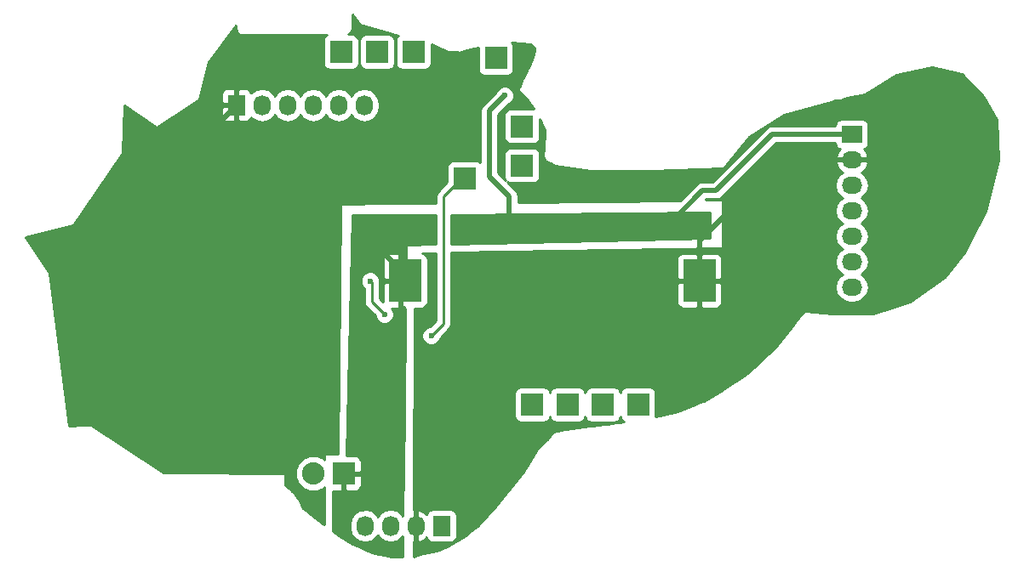
<source format=gbl>
G04 #@! TF.FileFunction,Copper,L2,Bot,Signal*
%FSLAX46Y46*%
G04 Gerber Fmt 4.6, Leading zero omitted, Abs format (unit mm)*
G04 Created by KiCad (PCBNEW (2015-04-17 BZR 5609)-product) date Wednesday, 23 September 2015 11:50:23 am*
%MOMM*%
G01*
G04 APERTURE LIST*
%ADD10C,0.100000*%
%ADD11C,2.235200*%
%ADD12R,1.727200X2.032000*%
%ADD13O,1.727200X2.032000*%
%ADD14R,2.235200X2.235200*%
%ADD15R,2.032000X1.727200*%
%ADD16O,2.032000X1.727200*%
%ADD17R,3.200000X4.200000*%
%ADD18C,0.600000*%
%ADD19C,0.500000*%
%ADD20C,0.250000*%
%ADD21C,0.254000*%
G04 APERTURE END LIST*
D10*
D11*
X138226800Y-126187200D03*
D12*
X130606800Y-89509600D03*
D13*
X133146800Y-89509600D03*
X135686800Y-89509600D03*
X138226800Y-89509600D03*
X140766800Y-89509600D03*
X143306800Y-89509600D03*
D14*
X160020000Y-119329200D03*
X163525200Y-119329200D03*
X167030400Y-119329200D03*
X170535600Y-119329200D03*
X159000000Y-91600000D03*
X156400000Y-84800000D03*
X148200000Y-84200000D03*
X144600000Y-84200000D03*
X141000000Y-84200000D03*
X159004000Y-95504000D03*
D12*
X151000000Y-131400000D03*
D13*
X148460000Y-131400000D03*
X145920000Y-131400000D03*
X143380000Y-131400000D03*
D14*
X141274800Y-126187200D03*
D15*
X191800000Y-92400000D03*
D16*
X191800000Y-94940000D03*
X191800000Y-97480000D03*
X191800000Y-100020000D03*
X191800000Y-102560000D03*
X191800000Y-105100000D03*
X191800000Y-107640000D03*
D14*
X153314400Y-96774000D03*
D17*
X147381200Y-106984800D03*
X176651200Y-106984800D03*
D18*
X143002000Y-100965000D03*
X146621500Y-114427000D03*
X146050000Y-134112000D03*
X146939000Y-103124000D03*
X157276800Y-88544400D03*
X157734000Y-101346000D03*
X152400000Y-106680000D03*
X137160000Y-113284000D03*
X119481600Y-120548400D03*
X149961600Y-112471200D03*
X145313400Y-110337600D03*
X143891000Y-107010200D03*
D19*
X146939000Y-103124000D02*
X146939000Y-114109500D01*
X143002000Y-101981000D02*
X144145000Y-103124000D01*
X144145000Y-103124000D02*
X146939000Y-103124000D01*
X143002000Y-100965000D02*
X143002000Y-101981000D01*
X146939000Y-114109500D02*
X146621500Y-114427000D01*
X147381200Y-103566200D02*
X146939000Y-103124000D01*
X147381200Y-106984800D02*
X147381200Y-103566200D01*
X147381200Y-106360200D02*
X144145000Y-103124000D01*
X147381200Y-106984800D02*
X147381200Y-106360200D01*
X157734000Y-98602800D02*
X155752800Y-96621600D01*
X155752800Y-96621600D02*
X155752800Y-90068400D01*
X155752800Y-90068400D02*
X157276800Y-88544400D01*
X157734000Y-101346000D02*
X157734000Y-98602800D01*
X183901200Y-92400000D02*
X178308000Y-97993200D01*
X178308000Y-97993200D02*
X176936400Y-97993200D01*
X176936400Y-97993200D02*
X173583600Y-101346000D01*
X191800000Y-92400000D02*
X183901200Y-92400000D01*
X176651200Y-103002800D02*
X184714000Y-94940000D01*
X176651200Y-106984800D02*
X176651200Y-103002800D01*
X184714000Y-94940000D02*
X191800000Y-94940000D01*
X136398000Y-105381200D02*
X135400800Y-104384000D01*
X136398000Y-112522000D02*
X136398000Y-105381200D01*
X137160000Y-113284000D02*
X136398000Y-112522000D01*
X124968000Y-95148400D02*
X130606800Y-89509600D01*
X124968000Y-115062000D02*
X124968000Y-95148400D01*
X119481600Y-120548400D02*
X124968000Y-115062000D01*
X135400800Y-104384000D02*
X135400800Y-101415600D01*
D20*
X135400800Y-101415600D02*
X130606800Y-96621600D01*
D19*
X130606800Y-96621600D02*
X130606800Y-89509600D01*
D20*
X149961600Y-112471200D02*
X151180800Y-111252000D01*
X151180800Y-111252000D02*
X151180800Y-98602800D01*
X151180800Y-98602800D02*
X152704800Y-97078800D01*
X144056100Y-109080300D02*
X145313400Y-110337600D01*
X144056100Y-107175300D02*
X144056100Y-109080300D01*
X143891000Y-107010200D02*
X144056100Y-107175300D01*
D21*
G36*
X206374511Y-94982323D02*
X205112361Y-100030922D01*
X202965718Y-104197934D01*
X201079500Y-106587143D01*
X197554825Y-109104769D01*
X193909746Y-110236000D01*
X193483345Y-110236000D01*
X193483345Y-107640000D01*
X193369271Y-107066511D01*
X193044415Y-106580330D01*
X192729634Y-106370000D01*
X193044415Y-106159670D01*
X193369271Y-105673489D01*
X193483345Y-105100000D01*
X193369271Y-104526511D01*
X193044415Y-104040330D01*
X192729634Y-103830000D01*
X193044415Y-103619670D01*
X193369271Y-103133489D01*
X193483345Y-102560000D01*
X193369271Y-101986511D01*
X193044415Y-101500330D01*
X192729634Y-101290000D01*
X193044415Y-101079670D01*
X193369271Y-100593489D01*
X193483345Y-100020000D01*
X193369271Y-99446511D01*
X193044415Y-98960330D01*
X192729634Y-98750000D01*
X193044415Y-98539670D01*
X193369271Y-98053489D01*
X193483345Y-97480000D01*
X193369271Y-96906511D01*
X193044415Y-96420330D01*
X192734930Y-96213539D01*
X193150732Y-95842036D01*
X193404709Y-95314791D01*
X193407358Y-95299026D01*
X193286217Y-95067000D01*
X191927000Y-95067000D01*
X191927000Y-95087000D01*
X191673000Y-95087000D01*
X191673000Y-95067000D01*
X190313783Y-95067000D01*
X190192642Y-95299026D01*
X190195291Y-95314791D01*
X190449268Y-95842036D01*
X190865069Y-96213539D01*
X190555585Y-96420330D01*
X190230729Y-96906511D01*
X190116655Y-97480000D01*
X190230729Y-98053489D01*
X190555585Y-98539670D01*
X190870365Y-98750000D01*
X190555585Y-98960330D01*
X190230729Y-99446511D01*
X190116655Y-100020000D01*
X190230729Y-100593489D01*
X190555585Y-101079670D01*
X190870365Y-101290000D01*
X190555585Y-101500330D01*
X190230729Y-101986511D01*
X190116655Y-102560000D01*
X190230729Y-103133489D01*
X190555585Y-103619670D01*
X190870365Y-103830000D01*
X190555585Y-104040330D01*
X190230729Y-104526511D01*
X190116655Y-105100000D01*
X190230729Y-105673489D01*
X190555585Y-106159670D01*
X190870365Y-106370000D01*
X190555585Y-106580330D01*
X190230729Y-107066511D01*
X190116655Y-107640000D01*
X190230729Y-108213489D01*
X190555585Y-108699670D01*
X191041766Y-109024526D01*
X191615255Y-109138600D01*
X191984745Y-109138600D01*
X192558234Y-109024526D01*
X193044415Y-108699670D01*
X193369271Y-108213489D01*
X193483345Y-107640000D01*
X193483345Y-110236000D01*
X189871034Y-110236000D01*
X187140586Y-109975957D01*
X187024199Y-110125596D01*
X187017825Y-110127208D01*
X186992283Y-110146236D01*
X186929952Y-110175587D01*
X186924981Y-110181052D01*
X186918365Y-110184341D01*
X186893349Y-110203661D01*
X186852886Y-110250091D01*
X186803496Y-110286889D01*
X186754294Y-110341414D01*
X186745434Y-110356269D01*
X186732094Y-110367281D01*
X186664189Y-110450506D01*
X186659710Y-110458943D01*
X186652514Y-110465223D01*
X186571210Y-110570647D01*
X186567945Y-110577225D01*
X186562511Y-110582174D01*
X186473112Y-110703291D01*
X186471904Y-110705858D01*
X186469823Y-110707785D01*
X186404478Y-110797836D01*
X185732686Y-111688794D01*
X185043299Y-112541876D01*
X184335720Y-113358604D01*
X183612311Y-114136612D01*
X182875480Y-114873502D01*
X182127782Y-115566791D01*
X181371670Y-116214147D01*
X181041738Y-116473539D01*
X178886200Y-117910565D01*
X178886200Y-109211110D01*
X178886200Y-108958491D01*
X178886200Y-107270550D01*
X178886200Y-106699050D01*
X178886200Y-105011109D01*
X178886200Y-104758490D01*
X178789527Y-104525101D01*
X178610898Y-104346473D01*
X178377509Y-104249800D01*
X176936950Y-104249800D01*
X176778200Y-104408550D01*
X176778200Y-106857800D01*
X178727450Y-106857800D01*
X178886200Y-106699050D01*
X178886200Y-107270550D01*
X178727450Y-107111800D01*
X176778200Y-107111800D01*
X176778200Y-109561050D01*
X176936950Y-109719800D01*
X178377509Y-109719800D01*
X178610898Y-109623127D01*
X178789527Y-109444499D01*
X178886200Y-109211110D01*
X178886200Y-117910565D01*
X178749441Y-118001738D01*
X177057299Y-118958165D01*
X177011430Y-118980770D01*
X176524200Y-119193481D01*
X176524200Y-109561050D01*
X176524200Y-107111800D01*
X176524200Y-106857800D01*
X176524200Y-104408550D01*
X176365450Y-104249800D01*
X174924891Y-104249800D01*
X174691502Y-104346473D01*
X174512873Y-104525101D01*
X174416200Y-104758490D01*
X174416200Y-105011109D01*
X174416200Y-106699050D01*
X174574950Y-106857800D01*
X176524200Y-106857800D01*
X176524200Y-107111800D01*
X174574950Y-107111800D01*
X174416200Y-107270550D01*
X174416200Y-108958491D01*
X174416200Y-109211110D01*
X174512873Y-109444499D01*
X174691502Y-109623127D01*
X174924891Y-109719800D01*
X176365450Y-109719800D01*
X176524200Y-109561050D01*
X176524200Y-119193481D01*
X176186486Y-119340919D01*
X175334620Y-119667624D01*
X174452335Y-119962220D01*
X174151366Y-120048865D01*
X172692718Y-120398941D01*
X172294256Y-120478633D01*
X172300640Y-120446800D01*
X172300640Y-118211600D01*
X172253663Y-117969477D01*
X172113873Y-117756673D01*
X171902840Y-117614223D01*
X171653200Y-117564160D01*
X169418000Y-117564160D01*
X169175877Y-117611137D01*
X168963073Y-117750927D01*
X168820623Y-117961960D01*
X168783205Y-118148542D01*
X168748463Y-117969477D01*
X168608673Y-117756673D01*
X168397640Y-117614223D01*
X168148000Y-117564160D01*
X165912800Y-117564160D01*
X165670677Y-117611137D01*
X165457873Y-117750927D01*
X165315423Y-117961960D01*
X165278005Y-118148542D01*
X165243263Y-117969477D01*
X165103473Y-117756673D01*
X164892440Y-117614223D01*
X164642800Y-117564160D01*
X162407600Y-117564160D01*
X162165477Y-117611137D01*
X161952673Y-117750927D01*
X161810223Y-117961960D01*
X161772805Y-118148542D01*
X161738063Y-117969477D01*
X161598273Y-117756673D01*
X161387240Y-117614223D01*
X161137600Y-117564160D01*
X158902400Y-117564160D01*
X158660277Y-117611137D01*
X158447473Y-117750927D01*
X158305023Y-117961960D01*
X158254960Y-118211600D01*
X158254960Y-120446800D01*
X158301937Y-120688923D01*
X158441727Y-120901727D01*
X158652760Y-121044177D01*
X158902400Y-121094240D01*
X161137600Y-121094240D01*
X161379723Y-121047263D01*
X161592527Y-120907473D01*
X161734977Y-120696440D01*
X161772394Y-120509857D01*
X161807137Y-120688923D01*
X161946927Y-120901727D01*
X162157960Y-121044177D01*
X162407600Y-121094240D01*
X164642800Y-121094240D01*
X164884923Y-121047263D01*
X165097727Y-120907473D01*
X165240177Y-120696440D01*
X165277594Y-120509857D01*
X165312337Y-120688923D01*
X165452127Y-120901727D01*
X165663160Y-121044177D01*
X165912800Y-121094240D01*
X168148000Y-121094240D01*
X168390123Y-121047263D01*
X168602927Y-120907473D01*
X168745377Y-120696440D01*
X168782794Y-120509857D01*
X168817537Y-120688923D01*
X168957327Y-120901727D01*
X169165983Y-121042573D01*
X169097610Y-121051401D01*
X168745752Y-121095475D01*
X168359511Y-121142669D01*
X167934308Y-121193605D01*
X167466362Y-121248811D01*
X166952126Y-121308791D01*
X166952124Y-121308791D01*
X166760577Y-121331046D01*
X166760480Y-121331077D01*
X166760380Y-121331069D01*
X166397568Y-121373329D01*
X166397362Y-121373395D01*
X166397146Y-121373378D01*
X166077334Y-121410831D01*
X166077010Y-121410935D01*
X166076675Y-121410909D01*
X165794781Y-121444198D01*
X165794313Y-121444349D01*
X165793825Y-121444312D01*
X165544770Y-121474077D01*
X165544118Y-121474289D01*
X165543438Y-121474238D01*
X165322144Y-121501126D01*
X165321290Y-121501406D01*
X165320395Y-121501341D01*
X165121780Y-121525992D01*
X165120713Y-121526345D01*
X165119594Y-121526267D01*
X164938579Y-121549325D01*
X164937335Y-121549741D01*
X164936025Y-121549655D01*
X164767533Y-121571762D01*
X164766185Y-121572218D01*
X164764765Y-121572131D01*
X164603714Y-121593930D01*
X164602376Y-121594389D01*
X164600966Y-121594308D01*
X164442278Y-121616442D01*
X164441080Y-121616858D01*
X164439814Y-121616790D01*
X164278410Y-121639901D01*
X164277449Y-121640239D01*
X164276433Y-121640187D01*
X164107232Y-121664918D01*
X164106556Y-121665158D01*
X164105840Y-121665123D01*
X163923763Y-121692118D01*
X163923057Y-121692370D01*
X163922306Y-121692335D01*
X163876194Y-121699273D01*
X163874583Y-121699852D01*
X163872877Y-121699781D01*
X163713564Y-121724550D01*
X163711806Y-121725192D01*
X163709932Y-121725124D01*
X163532265Y-121753724D01*
X163530938Y-121754217D01*
X163529526Y-121754171D01*
X163341123Y-121785283D01*
X163339999Y-121785706D01*
X163338802Y-121785671D01*
X163147283Y-121817974D01*
X163146213Y-121818380D01*
X163145066Y-121818351D01*
X162958046Y-121850527D01*
X162956893Y-121850969D01*
X162955660Y-121850942D01*
X162780761Y-121881670D01*
X162779334Y-121882223D01*
X162777809Y-121882196D01*
X162622647Y-121910157D01*
X162620574Y-121910972D01*
X162618345Y-121910946D01*
X162588557Y-121916510D01*
X162507272Y-121924639D01*
X162496893Y-121933633D01*
X162490538Y-121934821D01*
X162486749Y-121936338D01*
X162482670Y-121936339D01*
X162389838Y-121954807D01*
X162379162Y-121959229D01*
X162367613Y-121959613D01*
X162317372Y-121971354D01*
X162275309Y-121990437D01*
X162229764Y-121998118D01*
X162228606Y-121998558D01*
X162222696Y-122002260D01*
X162215848Y-122003557D01*
X162146943Y-122048677D01*
X162073977Y-122081782D01*
X162043064Y-122114819D01*
X162002123Y-122140474D01*
X161998081Y-122146155D01*
X161992248Y-122149975D01*
X161963679Y-122178018D01*
X161934382Y-122220993D01*
X161895647Y-122255704D01*
X161848588Y-122318411D01*
X161840537Y-122335185D01*
X161827364Y-122348328D01*
X161768081Y-122436824D01*
X161763270Y-122448399D01*
X161754720Y-122457567D01*
X161689480Y-122562976D01*
X161688446Y-122565739D01*
X161686451Y-122567916D01*
X161599143Y-122711683D01*
X160555749Y-123615959D01*
X159153157Y-126038617D01*
X156367716Y-129457113D01*
X154567184Y-131437697D01*
X153989771Y-131899070D01*
X153357325Y-132362519D01*
X152733002Y-132777500D01*
X152511040Y-132909613D01*
X152511040Y-132416000D01*
X152511040Y-130384000D01*
X152464063Y-130141877D01*
X152324273Y-129929073D01*
X152113240Y-129786623D01*
X151863600Y-129736560D01*
X150136400Y-129736560D01*
X149894277Y-129783537D01*
X149681473Y-129923327D01*
X149539023Y-130134360D01*
X149520516Y-130226645D01*
X149362036Y-130049268D01*
X148834791Y-129795291D01*
X148819026Y-129792642D01*
X148587000Y-129913783D01*
X148587000Y-131273000D01*
X148607000Y-131273000D01*
X148607000Y-131527000D01*
X148587000Y-131527000D01*
X148587000Y-132886217D01*
X148819026Y-133007358D01*
X148834791Y-133004709D01*
X149362036Y-132750732D01*
X149519673Y-132574298D01*
X149535937Y-132658123D01*
X149675727Y-132870927D01*
X149886760Y-133013377D01*
X150136400Y-133063440D01*
X151863600Y-133063440D01*
X152105723Y-133016463D01*
X152318527Y-132876673D01*
X152460977Y-132665640D01*
X152511040Y-132416000D01*
X152511040Y-132909613D01*
X152115291Y-133145166D01*
X151502492Y-133466796D01*
X150892799Y-133743692D01*
X150539294Y-133879311D01*
X148801832Y-134245094D01*
X148430505Y-134430757D01*
X148210209Y-134455823D01*
X148216470Y-132947057D01*
X148333000Y-132886217D01*
X148333000Y-131527000D01*
X148313000Y-131527000D01*
X148313000Y-131273000D01*
X148333000Y-131273000D01*
X148333000Y-129913783D01*
X148229281Y-129859631D01*
X148312797Y-109732240D01*
X148981200Y-109732240D01*
X149223323Y-109685263D01*
X149436127Y-109545473D01*
X149578577Y-109334440D01*
X149628640Y-109084800D01*
X149628640Y-104884800D01*
X149581663Y-104642677D01*
X149441873Y-104429873D01*
X149230840Y-104287423D01*
X149058757Y-104252913D01*
X150420800Y-104230306D01*
X150420800Y-110937198D01*
X149821920Y-111536077D01*
X149776433Y-111536038D01*
X149432657Y-111678083D01*
X149169408Y-111940873D01*
X149026762Y-112284401D01*
X149026438Y-112656367D01*
X149168483Y-113000143D01*
X149431273Y-113263392D01*
X149774801Y-113406038D01*
X150146767Y-113406362D01*
X150490543Y-113264317D01*
X150753792Y-113001527D01*
X150896438Y-112657999D01*
X150896478Y-112611123D01*
X151718201Y-111789401D01*
X151882948Y-111542840D01*
X151882948Y-111542839D01*
X151940800Y-111252000D01*
X151940800Y-104205078D01*
X178943000Y-103756910D01*
X178943000Y-98931684D01*
X177231854Y-98949324D01*
X177302979Y-98878200D01*
X178307994Y-98878200D01*
X178308000Y-98878201D01*
X178308000Y-98878200D01*
X178590484Y-98822010D01*
X178646674Y-98810833D01*
X178646675Y-98810833D01*
X178933790Y-98618990D01*
X184267779Y-93285000D01*
X190140712Y-93285000D01*
X190183537Y-93505723D01*
X190323327Y-93718527D01*
X190534360Y-93860977D01*
X190626645Y-93879483D01*
X190449268Y-94037964D01*
X190195291Y-94565209D01*
X190192642Y-94580974D01*
X190313783Y-94813000D01*
X191673000Y-94813000D01*
X191673000Y-94793000D01*
X191927000Y-94793000D01*
X191927000Y-94813000D01*
X193286217Y-94813000D01*
X193407358Y-94580974D01*
X193404709Y-94565209D01*
X193150732Y-94037964D01*
X192974298Y-93880326D01*
X193058123Y-93864063D01*
X193270927Y-93724273D01*
X193413377Y-93513240D01*
X193463440Y-93263600D01*
X193463440Y-91536400D01*
X193416463Y-91294277D01*
X193276673Y-91081473D01*
X193065640Y-90939023D01*
X192816000Y-90888960D01*
X190784000Y-90888960D01*
X190541877Y-90935937D01*
X190329073Y-91075727D01*
X190186623Y-91286760D01*
X190140851Y-91515000D01*
X183901200Y-91515000D01*
X183562525Y-91582367D01*
X183275410Y-91774210D01*
X183275407Y-91774213D01*
X177941420Y-97108200D01*
X176936405Y-97108200D01*
X176936400Y-97108199D01*
X176597725Y-97175567D01*
X176310610Y-97367410D01*
X176310607Y-97367413D01*
X174702621Y-98975399D01*
X158619000Y-99141209D01*
X158619000Y-98602805D01*
X158619000Y-98602800D01*
X158619001Y-98602800D01*
X158562810Y-98320315D01*
X158551633Y-98264126D01*
X158551633Y-98264125D01*
X158359790Y-97977011D01*
X158359790Y-97977010D01*
X158359786Y-97977007D01*
X157529052Y-97146272D01*
X157636760Y-97218977D01*
X157886400Y-97269040D01*
X160121600Y-97269040D01*
X160363723Y-97222063D01*
X160576527Y-97082273D01*
X160718977Y-96871240D01*
X160769040Y-96621600D01*
X160769040Y-94386400D01*
X160722063Y-94144277D01*
X160582273Y-93931473D01*
X160371240Y-93789023D01*
X160121600Y-93738960D01*
X157886400Y-93738960D01*
X157644277Y-93785937D01*
X157431473Y-93925727D01*
X157289023Y-94136760D01*
X157238960Y-94386400D01*
X157238960Y-96621600D01*
X157285937Y-96863723D01*
X157361436Y-96978657D01*
X156637800Y-96255020D01*
X156637800Y-90434979D01*
X157685634Y-89387144D01*
X157805743Y-89337517D01*
X158068992Y-89074727D01*
X158211638Y-88731199D01*
X158211962Y-88359233D01*
X158069917Y-88015457D01*
X157807127Y-87752208D01*
X157463599Y-87609562D01*
X157091633Y-87609238D01*
X156747857Y-87751283D01*
X156484608Y-88014073D01*
X156434233Y-88135387D01*
X155127010Y-89442610D01*
X154935167Y-89729725D01*
X154923989Y-89785915D01*
X154867799Y-90068400D01*
X154867800Y-90068405D01*
X154867800Y-95184683D01*
X154681640Y-95059023D01*
X154432000Y-95008960D01*
X152196800Y-95008960D01*
X151954677Y-95055937D01*
X151741873Y-95195727D01*
X151599423Y-95406760D01*
X151549360Y-95656400D01*
X151549360Y-97159438D01*
X150643399Y-98065399D01*
X150478652Y-98311961D01*
X150420800Y-98602800D01*
X150420800Y-99225727D01*
X146365040Y-99267539D01*
X146365040Y-85317600D01*
X146365040Y-83082400D01*
X146318063Y-82840277D01*
X146178273Y-82627473D01*
X145967240Y-82485023D01*
X145717600Y-82434960D01*
X143482400Y-82434960D01*
X143240277Y-82481937D01*
X143027473Y-82621727D01*
X142885023Y-82832760D01*
X142834960Y-83082400D01*
X142834960Y-85317600D01*
X142881937Y-85559723D01*
X143021727Y-85772527D01*
X143232760Y-85914977D01*
X143482400Y-85965040D01*
X145717600Y-85965040D01*
X145959723Y-85918063D01*
X146172527Y-85778273D01*
X146314977Y-85567240D01*
X146365040Y-85317600D01*
X146365040Y-99267539D01*
X144805400Y-99283617D01*
X144805400Y-89694345D01*
X144805400Y-89324855D01*
X144691326Y-88751366D01*
X144366470Y-88265185D01*
X143880289Y-87940329D01*
X143306800Y-87826255D01*
X142733311Y-87940329D01*
X142247130Y-88265185D01*
X142036800Y-88579965D01*
X141826470Y-88265185D01*
X141340289Y-87940329D01*
X140766800Y-87826255D01*
X140193311Y-87940329D01*
X139707130Y-88265185D01*
X139496800Y-88579965D01*
X139286470Y-88265185D01*
X138800289Y-87940329D01*
X138226800Y-87826255D01*
X137653311Y-87940329D01*
X137167130Y-88265185D01*
X136956800Y-88579965D01*
X136746470Y-88265185D01*
X136260289Y-87940329D01*
X135686800Y-87826255D01*
X135113311Y-87940329D01*
X134627130Y-88265185D01*
X134416800Y-88579965D01*
X134206470Y-88265185D01*
X133720289Y-87940329D01*
X133146800Y-87826255D01*
X132573311Y-87940329D01*
X132087130Y-88265185D01*
X132072300Y-88287379D01*
X132008727Y-88133901D01*
X131830098Y-87955273D01*
X131596709Y-87858600D01*
X130892550Y-87858600D01*
X130733800Y-88017350D01*
X130733800Y-89382600D01*
X130753800Y-89382600D01*
X130753800Y-89636600D01*
X130733800Y-89636600D01*
X130733800Y-91001850D01*
X130892550Y-91160600D01*
X131596709Y-91160600D01*
X131830098Y-91063927D01*
X132008727Y-90885299D01*
X132072300Y-90731820D01*
X132087130Y-90754015D01*
X132573311Y-91078871D01*
X133146800Y-91192945D01*
X133720289Y-91078871D01*
X134206470Y-90754015D01*
X134416800Y-90439234D01*
X134627130Y-90754015D01*
X135113311Y-91078871D01*
X135686800Y-91192945D01*
X136260289Y-91078871D01*
X136746470Y-90754015D01*
X136956800Y-90439234D01*
X137167130Y-90754015D01*
X137653311Y-91078871D01*
X138226800Y-91192945D01*
X138800289Y-91078871D01*
X139286470Y-90754015D01*
X139496800Y-90439234D01*
X139707130Y-90754015D01*
X140193311Y-91078871D01*
X140766800Y-91192945D01*
X141340289Y-91078871D01*
X141826470Y-90754015D01*
X142036800Y-90439234D01*
X142247130Y-90754015D01*
X142733311Y-91078871D01*
X143306800Y-91192945D01*
X143880289Y-91078871D01*
X144366470Y-90754015D01*
X144691326Y-90267834D01*
X144805400Y-89694345D01*
X144805400Y-99283617D01*
X141858345Y-99314000D01*
X140943566Y-99314000D01*
X140691876Y-124231400D01*
X139319000Y-124231400D01*
X139319000Y-124800592D01*
X139220864Y-124702285D01*
X138576943Y-124434905D01*
X137879716Y-124434297D01*
X137235329Y-124700552D01*
X136741885Y-125193136D01*
X136474505Y-125837057D01*
X136473897Y-126534284D01*
X136740152Y-127178671D01*
X137232736Y-127672115D01*
X137876657Y-127939495D01*
X138573884Y-127940103D01*
X139218271Y-127673848D01*
X139319000Y-127573294D01*
X139319000Y-131293223D01*
X139198272Y-131197363D01*
X138973797Y-131016190D01*
X138722543Y-130810835D01*
X138437727Y-130575915D01*
X138437472Y-130575704D01*
X138437165Y-130575451D01*
X138225131Y-130400183D01*
X138224542Y-130399865D01*
X138224119Y-130399348D01*
X137996260Y-130211732D01*
X137995298Y-130211215D01*
X137994601Y-130210369D01*
X137799709Y-130050921D01*
X137798262Y-130050150D01*
X137797214Y-130048889D01*
X137632051Y-129915053D01*
X137629904Y-129913922D01*
X137628340Y-129912067D01*
X137489667Y-129801286D01*
X137486497Y-129799645D01*
X137484167Y-129796937D01*
X137368746Y-129706651D01*
X137364070Y-129704291D01*
X137360595Y-129700373D01*
X137265189Y-129628026D01*
X137258343Y-129624698D01*
X137253172Y-129619119D01*
X137174543Y-129562154D01*
X137164712Y-129557638D01*
X137157117Y-129549938D01*
X137155504Y-129548844D01*
X137099401Y-129389824D01*
X137081767Y-129360107D01*
X137073464Y-129326563D01*
X136955180Y-129074678D01*
X136938171Y-129051612D01*
X136929012Y-129024461D01*
X136779532Y-128764426D01*
X136762710Y-128745172D01*
X136752776Y-128721614D01*
X136578013Y-128463646D01*
X136559924Y-128445787D01*
X136548359Y-128423152D01*
X136354222Y-128177466D01*
X136335876Y-128161833D01*
X136323446Y-128141183D01*
X136175810Y-127978907D01*
X136152558Y-127961730D01*
X136135638Y-127938291D01*
X135825388Y-127649737D01*
X135796352Y-127631822D01*
X135773758Y-127606259D01*
X135458200Y-127366069D01*
X135458200Y-126214197D01*
X131051320Y-126158413D01*
X131002989Y-126157652D01*
X131002465Y-126157747D01*
X131001943Y-126157636D01*
X130705637Y-126153419D01*
X130705256Y-126153489D01*
X130704879Y-126153409D01*
X130479800Y-126150454D01*
X130479800Y-91001850D01*
X130479800Y-89636600D01*
X130479800Y-89382600D01*
X130479800Y-88017350D01*
X130321050Y-87858600D01*
X129616891Y-87858600D01*
X129383502Y-87955273D01*
X129204873Y-88133901D01*
X129108200Y-88367290D01*
X129108200Y-88619909D01*
X129108200Y-89223850D01*
X129266950Y-89382600D01*
X130479800Y-89382600D01*
X130479800Y-89636600D01*
X129266950Y-89636600D01*
X129108200Y-89795350D01*
X129108200Y-90399291D01*
X129108200Y-90651910D01*
X129204873Y-90885299D01*
X129383502Y-91063927D01*
X129616891Y-91160600D01*
X130321050Y-91160600D01*
X130479800Y-91001850D01*
X130479800Y-126150454D01*
X130372390Y-126149045D01*
X130372120Y-126149095D01*
X130371851Y-126149038D01*
X130000736Y-126144459D01*
X130000546Y-126144494D01*
X130000361Y-126144455D01*
X129588175Y-126139595D01*
X129588052Y-126139617D01*
X129587929Y-126139592D01*
X129345368Y-126136819D01*
X123545253Y-126063400D01*
X123328557Y-126059438D01*
X116163025Y-121333236D01*
X115755057Y-121360433D01*
X115749374Y-121359933D01*
X115640155Y-121342702D01*
X115617000Y-121348275D01*
X115593272Y-121346186D01*
X115530587Y-121353015D01*
X115494406Y-121364400D01*
X115456485Y-121365229D01*
X115359046Y-121386834D01*
X113953515Y-121480537D01*
X111983765Y-106177095D01*
X109628835Y-102644700D01*
X114377746Y-101457472D01*
X119302583Y-94224117D01*
X119448908Y-89541730D01*
X122681202Y-91745567D01*
X126908100Y-88927635D01*
X127828403Y-85246420D01*
X130531400Y-81539453D01*
X130531400Y-81838800D01*
X130583543Y-82100938D01*
X130732032Y-82323168D01*
X130954262Y-82471657D01*
X131216400Y-82523800D01*
X139576548Y-82523800D01*
X139427473Y-82621727D01*
X139285023Y-82832760D01*
X139234960Y-83082400D01*
X139234960Y-85317600D01*
X139281937Y-85559723D01*
X139421727Y-85772527D01*
X139632760Y-85914977D01*
X139882400Y-85965040D01*
X142117600Y-85965040D01*
X142359723Y-85918063D01*
X142572527Y-85778273D01*
X142714977Y-85567240D01*
X142765040Y-85317600D01*
X142765040Y-83082400D01*
X142718063Y-82840277D01*
X142578273Y-82627473D01*
X142367240Y-82485023D01*
X142117600Y-82434960D01*
X141744259Y-82434960D01*
X141911568Y-82323168D01*
X142060057Y-82100938D01*
X142112200Y-81838800D01*
X142112200Y-80469831D01*
X142927450Y-81518010D01*
X146145583Y-82419088D01*
X146730477Y-82554063D01*
X146627473Y-82621727D01*
X146485023Y-82832760D01*
X146434960Y-83082400D01*
X146434960Y-85317600D01*
X146481937Y-85559723D01*
X146621727Y-85772527D01*
X146832760Y-85914977D01*
X147082400Y-85965040D01*
X149317600Y-85965040D01*
X149559723Y-85918063D01*
X149772527Y-85778273D01*
X149914977Y-85567240D01*
X149965040Y-85317600D01*
X149965040Y-83427084D01*
X151609611Y-84201000D01*
X152459067Y-84201000D01*
X152462182Y-84203117D01*
X152569304Y-84225305D01*
X152674535Y-84255154D01*
X152699390Y-84252250D01*
X152723901Y-84257327D01*
X152831360Y-84236831D01*
X152940003Y-84224139D01*
X153443660Y-84061326D01*
X153450220Y-84059238D01*
X154634960Y-83803078D01*
X154634960Y-85917600D01*
X154681937Y-86159723D01*
X154821727Y-86372527D01*
X155032760Y-86514977D01*
X155282400Y-86565040D01*
X157517600Y-86565040D01*
X157759723Y-86518063D01*
X157972527Y-86378273D01*
X158114977Y-86167240D01*
X158165040Y-85917600D01*
X158165040Y-83682400D01*
X158118063Y-83440277D01*
X157985808Y-83238944D01*
X159842711Y-83434408D01*
X160275599Y-83780719D01*
X160275318Y-83839772D01*
X160245294Y-84079009D01*
X160181041Y-84366065D01*
X160152815Y-84458795D01*
X159804852Y-85386696D01*
X159710956Y-85588739D01*
X159597789Y-85823167D01*
X159464218Y-86092345D01*
X159307272Y-86402641D01*
X159234837Y-86545189D01*
X159234616Y-86545975D01*
X159234111Y-86546621D01*
X159146938Y-86719171D01*
X159146662Y-86720160D01*
X159146033Y-86720970D01*
X159068741Y-86875086D01*
X159068395Y-86876341D01*
X159067599Y-86877373D01*
X159002849Y-87007692D01*
X159002329Y-87009607D01*
X159001126Y-87011185D01*
X158951580Y-87112343D01*
X158950540Y-87116263D01*
X158948119Y-87119515D01*
X158916439Y-87186146D01*
X158912290Y-87202567D01*
X158902846Y-87216629D01*
X158891695Y-87243369D01*
X158884003Y-87281561D01*
X158866056Y-87316141D01*
X158864786Y-87330858D01*
X158859324Y-87342450D01*
X158855468Y-87423244D01*
X158851270Y-87444085D01*
X158850970Y-87445277D01*
X158850995Y-87445452D01*
X158838926Y-87505382D01*
X158846435Y-87543610D01*
X158843087Y-87582426D01*
X158843191Y-87583365D01*
X158844937Y-87588882D01*
X158591607Y-88032212D01*
X159542151Y-88982757D01*
X160169505Y-89845369D01*
X160117600Y-89834960D01*
X157882400Y-89834960D01*
X157640277Y-89881937D01*
X157427473Y-90021727D01*
X157285023Y-90232760D01*
X157234960Y-90482400D01*
X157234960Y-92717600D01*
X157281937Y-92959723D01*
X157421727Y-93172527D01*
X157632760Y-93314977D01*
X157882400Y-93365040D01*
X160117600Y-93365040D01*
X160359723Y-93318063D01*
X160572527Y-93178273D01*
X160714977Y-92967240D01*
X160765040Y-92717600D01*
X160765040Y-90876160D01*
X161252075Y-92012578D01*
X161247786Y-92351243D01*
X161231608Y-92752492D01*
X161203793Y-93199686D01*
X161164208Y-93699016D01*
X161152258Y-93842811D01*
X161152509Y-93845020D01*
X161151911Y-93847159D01*
X161139617Y-94007447D01*
X161139914Y-94009916D01*
X161139261Y-94012316D01*
X161129206Y-94156921D01*
X161129634Y-94160275D01*
X161128778Y-94163545D01*
X161121765Y-94280814D01*
X161122682Y-94287485D01*
X161121102Y-94294034D01*
X161117937Y-94372317D01*
X161119165Y-94380127D01*
X161117486Y-94387851D01*
X161114607Y-94550302D01*
X161119144Y-94575434D01*
X161115570Y-94600722D01*
X161142748Y-94706163D01*
X161162096Y-94813323D01*
X161175906Y-94834806D01*
X161182281Y-94859537D01*
X161247741Y-94946551D01*
X161306624Y-95038149D01*
X161327604Y-95052712D01*
X161342958Y-95073121D01*
X161436734Y-95128461D01*
X161526188Y-95190553D01*
X161551144Y-95195978D01*
X161573139Y-95208958D01*
X161712979Y-95257919D01*
X161724791Y-95259588D01*
X161735269Y-95265297D01*
X161835536Y-95296589D01*
X161859735Y-95299167D01*
X161881869Y-95309284D01*
X161966614Y-95329337D01*
X162264040Y-95499295D01*
X165852974Y-96012000D01*
X171833267Y-96012000D01*
X179004239Y-95755894D01*
X181568080Y-92679284D01*
X185091253Y-90414388D01*
X190043386Y-89063805D01*
X190161823Y-89046533D01*
X190162286Y-89046368D01*
X190162775Y-89046393D01*
X190348076Y-89019103D01*
X190348710Y-89018876D01*
X190349383Y-89018909D01*
X190504168Y-88995808D01*
X190505270Y-88995412D01*
X190506443Y-88995465D01*
X190620793Y-88978006D01*
X190621805Y-88977639D01*
X190622882Y-88977684D01*
X190966012Y-88924211D01*
X191089043Y-88879168D01*
X191212384Y-88835110D01*
X191355543Y-88749406D01*
X193087044Y-88384880D01*
X196262245Y-86479759D01*
X199771370Y-85727804D01*
X202754054Y-86349196D01*
X204875507Y-88595441D01*
X206249061Y-90967944D01*
X206374511Y-94982323D01*
X206374511Y-94982323D01*
G37*
X206374511Y-94982323D02*
X205112361Y-100030922D01*
X202965718Y-104197934D01*
X201079500Y-106587143D01*
X197554825Y-109104769D01*
X193909746Y-110236000D01*
X193483345Y-110236000D01*
X193483345Y-107640000D01*
X193369271Y-107066511D01*
X193044415Y-106580330D01*
X192729634Y-106370000D01*
X193044415Y-106159670D01*
X193369271Y-105673489D01*
X193483345Y-105100000D01*
X193369271Y-104526511D01*
X193044415Y-104040330D01*
X192729634Y-103830000D01*
X193044415Y-103619670D01*
X193369271Y-103133489D01*
X193483345Y-102560000D01*
X193369271Y-101986511D01*
X193044415Y-101500330D01*
X192729634Y-101290000D01*
X193044415Y-101079670D01*
X193369271Y-100593489D01*
X193483345Y-100020000D01*
X193369271Y-99446511D01*
X193044415Y-98960330D01*
X192729634Y-98750000D01*
X193044415Y-98539670D01*
X193369271Y-98053489D01*
X193483345Y-97480000D01*
X193369271Y-96906511D01*
X193044415Y-96420330D01*
X192734930Y-96213539D01*
X193150732Y-95842036D01*
X193404709Y-95314791D01*
X193407358Y-95299026D01*
X193286217Y-95067000D01*
X191927000Y-95067000D01*
X191927000Y-95087000D01*
X191673000Y-95087000D01*
X191673000Y-95067000D01*
X190313783Y-95067000D01*
X190192642Y-95299026D01*
X190195291Y-95314791D01*
X190449268Y-95842036D01*
X190865069Y-96213539D01*
X190555585Y-96420330D01*
X190230729Y-96906511D01*
X190116655Y-97480000D01*
X190230729Y-98053489D01*
X190555585Y-98539670D01*
X190870365Y-98750000D01*
X190555585Y-98960330D01*
X190230729Y-99446511D01*
X190116655Y-100020000D01*
X190230729Y-100593489D01*
X190555585Y-101079670D01*
X190870365Y-101290000D01*
X190555585Y-101500330D01*
X190230729Y-101986511D01*
X190116655Y-102560000D01*
X190230729Y-103133489D01*
X190555585Y-103619670D01*
X190870365Y-103830000D01*
X190555585Y-104040330D01*
X190230729Y-104526511D01*
X190116655Y-105100000D01*
X190230729Y-105673489D01*
X190555585Y-106159670D01*
X190870365Y-106370000D01*
X190555585Y-106580330D01*
X190230729Y-107066511D01*
X190116655Y-107640000D01*
X190230729Y-108213489D01*
X190555585Y-108699670D01*
X191041766Y-109024526D01*
X191615255Y-109138600D01*
X191984745Y-109138600D01*
X192558234Y-109024526D01*
X193044415Y-108699670D01*
X193369271Y-108213489D01*
X193483345Y-107640000D01*
X193483345Y-110236000D01*
X189871034Y-110236000D01*
X187140586Y-109975957D01*
X187024199Y-110125596D01*
X187017825Y-110127208D01*
X186992283Y-110146236D01*
X186929952Y-110175587D01*
X186924981Y-110181052D01*
X186918365Y-110184341D01*
X186893349Y-110203661D01*
X186852886Y-110250091D01*
X186803496Y-110286889D01*
X186754294Y-110341414D01*
X186745434Y-110356269D01*
X186732094Y-110367281D01*
X186664189Y-110450506D01*
X186659710Y-110458943D01*
X186652514Y-110465223D01*
X186571210Y-110570647D01*
X186567945Y-110577225D01*
X186562511Y-110582174D01*
X186473112Y-110703291D01*
X186471904Y-110705858D01*
X186469823Y-110707785D01*
X186404478Y-110797836D01*
X185732686Y-111688794D01*
X185043299Y-112541876D01*
X184335720Y-113358604D01*
X183612311Y-114136612D01*
X182875480Y-114873502D01*
X182127782Y-115566791D01*
X181371670Y-116214147D01*
X181041738Y-116473539D01*
X178886200Y-117910565D01*
X178886200Y-109211110D01*
X178886200Y-108958491D01*
X178886200Y-107270550D01*
X178886200Y-106699050D01*
X178886200Y-105011109D01*
X178886200Y-104758490D01*
X178789527Y-104525101D01*
X178610898Y-104346473D01*
X178377509Y-104249800D01*
X176936950Y-104249800D01*
X176778200Y-104408550D01*
X176778200Y-106857800D01*
X178727450Y-106857800D01*
X178886200Y-106699050D01*
X178886200Y-107270550D01*
X178727450Y-107111800D01*
X176778200Y-107111800D01*
X176778200Y-109561050D01*
X176936950Y-109719800D01*
X178377509Y-109719800D01*
X178610898Y-109623127D01*
X178789527Y-109444499D01*
X178886200Y-109211110D01*
X178886200Y-117910565D01*
X178749441Y-118001738D01*
X177057299Y-118958165D01*
X177011430Y-118980770D01*
X176524200Y-119193481D01*
X176524200Y-109561050D01*
X176524200Y-107111800D01*
X176524200Y-106857800D01*
X176524200Y-104408550D01*
X176365450Y-104249800D01*
X174924891Y-104249800D01*
X174691502Y-104346473D01*
X174512873Y-104525101D01*
X174416200Y-104758490D01*
X174416200Y-105011109D01*
X174416200Y-106699050D01*
X174574950Y-106857800D01*
X176524200Y-106857800D01*
X176524200Y-107111800D01*
X174574950Y-107111800D01*
X174416200Y-107270550D01*
X174416200Y-108958491D01*
X174416200Y-109211110D01*
X174512873Y-109444499D01*
X174691502Y-109623127D01*
X174924891Y-109719800D01*
X176365450Y-109719800D01*
X176524200Y-109561050D01*
X176524200Y-119193481D01*
X176186486Y-119340919D01*
X175334620Y-119667624D01*
X174452335Y-119962220D01*
X174151366Y-120048865D01*
X172692718Y-120398941D01*
X172294256Y-120478633D01*
X172300640Y-120446800D01*
X172300640Y-118211600D01*
X172253663Y-117969477D01*
X172113873Y-117756673D01*
X171902840Y-117614223D01*
X171653200Y-117564160D01*
X169418000Y-117564160D01*
X169175877Y-117611137D01*
X168963073Y-117750927D01*
X168820623Y-117961960D01*
X168783205Y-118148542D01*
X168748463Y-117969477D01*
X168608673Y-117756673D01*
X168397640Y-117614223D01*
X168148000Y-117564160D01*
X165912800Y-117564160D01*
X165670677Y-117611137D01*
X165457873Y-117750927D01*
X165315423Y-117961960D01*
X165278005Y-118148542D01*
X165243263Y-117969477D01*
X165103473Y-117756673D01*
X164892440Y-117614223D01*
X164642800Y-117564160D01*
X162407600Y-117564160D01*
X162165477Y-117611137D01*
X161952673Y-117750927D01*
X161810223Y-117961960D01*
X161772805Y-118148542D01*
X161738063Y-117969477D01*
X161598273Y-117756673D01*
X161387240Y-117614223D01*
X161137600Y-117564160D01*
X158902400Y-117564160D01*
X158660277Y-117611137D01*
X158447473Y-117750927D01*
X158305023Y-117961960D01*
X158254960Y-118211600D01*
X158254960Y-120446800D01*
X158301937Y-120688923D01*
X158441727Y-120901727D01*
X158652760Y-121044177D01*
X158902400Y-121094240D01*
X161137600Y-121094240D01*
X161379723Y-121047263D01*
X161592527Y-120907473D01*
X161734977Y-120696440D01*
X161772394Y-120509857D01*
X161807137Y-120688923D01*
X161946927Y-120901727D01*
X162157960Y-121044177D01*
X162407600Y-121094240D01*
X164642800Y-121094240D01*
X164884923Y-121047263D01*
X165097727Y-120907473D01*
X165240177Y-120696440D01*
X165277594Y-120509857D01*
X165312337Y-120688923D01*
X165452127Y-120901727D01*
X165663160Y-121044177D01*
X165912800Y-121094240D01*
X168148000Y-121094240D01*
X168390123Y-121047263D01*
X168602927Y-120907473D01*
X168745377Y-120696440D01*
X168782794Y-120509857D01*
X168817537Y-120688923D01*
X168957327Y-120901727D01*
X169165983Y-121042573D01*
X169097610Y-121051401D01*
X168745752Y-121095475D01*
X168359511Y-121142669D01*
X167934308Y-121193605D01*
X167466362Y-121248811D01*
X166952126Y-121308791D01*
X166952124Y-121308791D01*
X166760577Y-121331046D01*
X166760480Y-121331077D01*
X166760380Y-121331069D01*
X166397568Y-121373329D01*
X166397362Y-121373395D01*
X166397146Y-121373378D01*
X166077334Y-121410831D01*
X166077010Y-121410935D01*
X166076675Y-121410909D01*
X165794781Y-121444198D01*
X165794313Y-121444349D01*
X165793825Y-121444312D01*
X165544770Y-121474077D01*
X165544118Y-121474289D01*
X165543438Y-121474238D01*
X165322144Y-121501126D01*
X165321290Y-121501406D01*
X165320395Y-121501341D01*
X165121780Y-121525992D01*
X165120713Y-121526345D01*
X165119594Y-121526267D01*
X164938579Y-121549325D01*
X164937335Y-121549741D01*
X164936025Y-121549655D01*
X164767533Y-121571762D01*
X164766185Y-121572218D01*
X164764765Y-121572131D01*
X164603714Y-121593930D01*
X164602376Y-121594389D01*
X164600966Y-121594308D01*
X164442278Y-121616442D01*
X164441080Y-121616858D01*
X164439814Y-121616790D01*
X164278410Y-121639901D01*
X164277449Y-121640239D01*
X164276433Y-121640187D01*
X164107232Y-121664918D01*
X164106556Y-121665158D01*
X164105840Y-121665123D01*
X163923763Y-121692118D01*
X163923057Y-121692370D01*
X163922306Y-121692335D01*
X163876194Y-121699273D01*
X163874583Y-121699852D01*
X163872877Y-121699781D01*
X163713564Y-121724550D01*
X163711806Y-121725192D01*
X163709932Y-121725124D01*
X163532265Y-121753724D01*
X163530938Y-121754217D01*
X163529526Y-121754171D01*
X163341123Y-121785283D01*
X163339999Y-121785706D01*
X163338802Y-121785671D01*
X163147283Y-121817974D01*
X163146213Y-121818380D01*
X163145066Y-121818351D01*
X162958046Y-121850527D01*
X162956893Y-121850969D01*
X162955660Y-121850942D01*
X162780761Y-121881670D01*
X162779334Y-121882223D01*
X162777809Y-121882196D01*
X162622647Y-121910157D01*
X162620574Y-121910972D01*
X162618345Y-121910946D01*
X162588557Y-121916510D01*
X162507272Y-121924639D01*
X162496893Y-121933633D01*
X162490538Y-121934821D01*
X162486749Y-121936338D01*
X162482670Y-121936339D01*
X162389838Y-121954807D01*
X162379162Y-121959229D01*
X162367613Y-121959613D01*
X162317372Y-121971354D01*
X162275309Y-121990437D01*
X162229764Y-121998118D01*
X162228606Y-121998558D01*
X162222696Y-122002260D01*
X162215848Y-122003557D01*
X162146943Y-122048677D01*
X162073977Y-122081782D01*
X162043064Y-122114819D01*
X162002123Y-122140474D01*
X161998081Y-122146155D01*
X161992248Y-122149975D01*
X161963679Y-122178018D01*
X161934382Y-122220993D01*
X161895647Y-122255704D01*
X161848588Y-122318411D01*
X161840537Y-122335185D01*
X161827364Y-122348328D01*
X161768081Y-122436824D01*
X161763270Y-122448399D01*
X161754720Y-122457567D01*
X161689480Y-122562976D01*
X161688446Y-122565739D01*
X161686451Y-122567916D01*
X161599143Y-122711683D01*
X160555749Y-123615959D01*
X159153157Y-126038617D01*
X156367716Y-129457113D01*
X154567184Y-131437697D01*
X153989771Y-131899070D01*
X153357325Y-132362519D01*
X152733002Y-132777500D01*
X152511040Y-132909613D01*
X152511040Y-132416000D01*
X152511040Y-130384000D01*
X152464063Y-130141877D01*
X152324273Y-129929073D01*
X152113240Y-129786623D01*
X151863600Y-129736560D01*
X150136400Y-129736560D01*
X149894277Y-129783537D01*
X149681473Y-129923327D01*
X149539023Y-130134360D01*
X149520516Y-130226645D01*
X149362036Y-130049268D01*
X148834791Y-129795291D01*
X148819026Y-129792642D01*
X148587000Y-129913783D01*
X148587000Y-131273000D01*
X148607000Y-131273000D01*
X148607000Y-131527000D01*
X148587000Y-131527000D01*
X148587000Y-132886217D01*
X148819026Y-133007358D01*
X148834791Y-133004709D01*
X149362036Y-132750732D01*
X149519673Y-132574298D01*
X149535937Y-132658123D01*
X149675727Y-132870927D01*
X149886760Y-133013377D01*
X150136400Y-133063440D01*
X151863600Y-133063440D01*
X152105723Y-133016463D01*
X152318527Y-132876673D01*
X152460977Y-132665640D01*
X152511040Y-132416000D01*
X152511040Y-132909613D01*
X152115291Y-133145166D01*
X151502492Y-133466796D01*
X150892799Y-133743692D01*
X150539294Y-133879311D01*
X148801832Y-134245094D01*
X148430505Y-134430757D01*
X148210209Y-134455823D01*
X148216470Y-132947057D01*
X148333000Y-132886217D01*
X148333000Y-131527000D01*
X148313000Y-131527000D01*
X148313000Y-131273000D01*
X148333000Y-131273000D01*
X148333000Y-129913783D01*
X148229281Y-129859631D01*
X148312797Y-109732240D01*
X148981200Y-109732240D01*
X149223323Y-109685263D01*
X149436127Y-109545473D01*
X149578577Y-109334440D01*
X149628640Y-109084800D01*
X149628640Y-104884800D01*
X149581663Y-104642677D01*
X149441873Y-104429873D01*
X149230840Y-104287423D01*
X149058757Y-104252913D01*
X150420800Y-104230306D01*
X150420800Y-110937198D01*
X149821920Y-111536077D01*
X149776433Y-111536038D01*
X149432657Y-111678083D01*
X149169408Y-111940873D01*
X149026762Y-112284401D01*
X149026438Y-112656367D01*
X149168483Y-113000143D01*
X149431273Y-113263392D01*
X149774801Y-113406038D01*
X150146767Y-113406362D01*
X150490543Y-113264317D01*
X150753792Y-113001527D01*
X150896438Y-112657999D01*
X150896478Y-112611123D01*
X151718201Y-111789401D01*
X151882948Y-111542840D01*
X151882948Y-111542839D01*
X151940800Y-111252000D01*
X151940800Y-104205078D01*
X178943000Y-103756910D01*
X178943000Y-98931684D01*
X177231854Y-98949324D01*
X177302979Y-98878200D01*
X178307994Y-98878200D01*
X178308000Y-98878201D01*
X178308000Y-98878200D01*
X178590484Y-98822010D01*
X178646674Y-98810833D01*
X178646675Y-98810833D01*
X178933790Y-98618990D01*
X184267779Y-93285000D01*
X190140712Y-93285000D01*
X190183537Y-93505723D01*
X190323327Y-93718527D01*
X190534360Y-93860977D01*
X190626645Y-93879483D01*
X190449268Y-94037964D01*
X190195291Y-94565209D01*
X190192642Y-94580974D01*
X190313783Y-94813000D01*
X191673000Y-94813000D01*
X191673000Y-94793000D01*
X191927000Y-94793000D01*
X191927000Y-94813000D01*
X193286217Y-94813000D01*
X193407358Y-94580974D01*
X193404709Y-94565209D01*
X193150732Y-94037964D01*
X192974298Y-93880326D01*
X193058123Y-93864063D01*
X193270927Y-93724273D01*
X193413377Y-93513240D01*
X193463440Y-93263600D01*
X193463440Y-91536400D01*
X193416463Y-91294277D01*
X193276673Y-91081473D01*
X193065640Y-90939023D01*
X192816000Y-90888960D01*
X190784000Y-90888960D01*
X190541877Y-90935937D01*
X190329073Y-91075727D01*
X190186623Y-91286760D01*
X190140851Y-91515000D01*
X183901200Y-91515000D01*
X183562525Y-91582367D01*
X183275410Y-91774210D01*
X183275407Y-91774213D01*
X177941420Y-97108200D01*
X176936405Y-97108200D01*
X176936400Y-97108199D01*
X176597725Y-97175567D01*
X176310610Y-97367410D01*
X176310607Y-97367413D01*
X174702621Y-98975399D01*
X158619000Y-99141209D01*
X158619000Y-98602805D01*
X158619000Y-98602800D01*
X158619001Y-98602800D01*
X158562810Y-98320315D01*
X158551633Y-98264126D01*
X158551633Y-98264125D01*
X158359790Y-97977011D01*
X158359790Y-97977010D01*
X158359786Y-97977007D01*
X157529052Y-97146272D01*
X157636760Y-97218977D01*
X157886400Y-97269040D01*
X160121600Y-97269040D01*
X160363723Y-97222063D01*
X160576527Y-97082273D01*
X160718977Y-96871240D01*
X160769040Y-96621600D01*
X160769040Y-94386400D01*
X160722063Y-94144277D01*
X160582273Y-93931473D01*
X160371240Y-93789023D01*
X160121600Y-93738960D01*
X157886400Y-93738960D01*
X157644277Y-93785937D01*
X157431473Y-93925727D01*
X157289023Y-94136760D01*
X157238960Y-94386400D01*
X157238960Y-96621600D01*
X157285937Y-96863723D01*
X157361436Y-96978657D01*
X156637800Y-96255020D01*
X156637800Y-90434979D01*
X157685634Y-89387144D01*
X157805743Y-89337517D01*
X158068992Y-89074727D01*
X158211638Y-88731199D01*
X158211962Y-88359233D01*
X158069917Y-88015457D01*
X157807127Y-87752208D01*
X157463599Y-87609562D01*
X157091633Y-87609238D01*
X156747857Y-87751283D01*
X156484608Y-88014073D01*
X156434233Y-88135387D01*
X155127010Y-89442610D01*
X154935167Y-89729725D01*
X154923989Y-89785915D01*
X154867799Y-90068400D01*
X154867800Y-90068405D01*
X154867800Y-95184683D01*
X154681640Y-95059023D01*
X154432000Y-95008960D01*
X152196800Y-95008960D01*
X151954677Y-95055937D01*
X151741873Y-95195727D01*
X151599423Y-95406760D01*
X151549360Y-95656400D01*
X151549360Y-97159438D01*
X150643399Y-98065399D01*
X150478652Y-98311961D01*
X150420800Y-98602800D01*
X150420800Y-99225727D01*
X146365040Y-99267539D01*
X146365040Y-85317600D01*
X146365040Y-83082400D01*
X146318063Y-82840277D01*
X146178273Y-82627473D01*
X145967240Y-82485023D01*
X145717600Y-82434960D01*
X143482400Y-82434960D01*
X143240277Y-82481937D01*
X143027473Y-82621727D01*
X142885023Y-82832760D01*
X142834960Y-83082400D01*
X142834960Y-85317600D01*
X142881937Y-85559723D01*
X143021727Y-85772527D01*
X143232760Y-85914977D01*
X143482400Y-85965040D01*
X145717600Y-85965040D01*
X145959723Y-85918063D01*
X146172527Y-85778273D01*
X146314977Y-85567240D01*
X146365040Y-85317600D01*
X146365040Y-99267539D01*
X144805400Y-99283617D01*
X144805400Y-89694345D01*
X144805400Y-89324855D01*
X144691326Y-88751366D01*
X144366470Y-88265185D01*
X143880289Y-87940329D01*
X143306800Y-87826255D01*
X142733311Y-87940329D01*
X142247130Y-88265185D01*
X142036800Y-88579965D01*
X141826470Y-88265185D01*
X141340289Y-87940329D01*
X140766800Y-87826255D01*
X140193311Y-87940329D01*
X139707130Y-88265185D01*
X139496800Y-88579965D01*
X139286470Y-88265185D01*
X138800289Y-87940329D01*
X138226800Y-87826255D01*
X137653311Y-87940329D01*
X137167130Y-88265185D01*
X136956800Y-88579965D01*
X136746470Y-88265185D01*
X136260289Y-87940329D01*
X135686800Y-87826255D01*
X135113311Y-87940329D01*
X134627130Y-88265185D01*
X134416800Y-88579965D01*
X134206470Y-88265185D01*
X133720289Y-87940329D01*
X133146800Y-87826255D01*
X132573311Y-87940329D01*
X132087130Y-88265185D01*
X132072300Y-88287379D01*
X132008727Y-88133901D01*
X131830098Y-87955273D01*
X131596709Y-87858600D01*
X130892550Y-87858600D01*
X130733800Y-88017350D01*
X130733800Y-89382600D01*
X130753800Y-89382600D01*
X130753800Y-89636600D01*
X130733800Y-89636600D01*
X130733800Y-91001850D01*
X130892550Y-91160600D01*
X131596709Y-91160600D01*
X131830098Y-91063927D01*
X132008727Y-90885299D01*
X132072300Y-90731820D01*
X132087130Y-90754015D01*
X132573311Y-91078871D01*
X133146800Y-91192945D01*
X133720289Y-91078871D01*
X134206470Y-90754015D01*
X134416800Y-90439234D01*
X134627130Y-90754015D01*
X135113311Y-91078871D01*
X135686800Y-91192945D01*
X136260289Y-91078871D01*
X136746470Y-90754015D01*
X136956800Y-90439234D01*
X137167130Y-90754015D01*
X137653311Y-91078871D01*
X138226800Y-91192945D01*
X138800289Y-91078871D01*
X139286470Y-90754015D01*
X139496800Y-90439234D01*
X139707130Y-90754015D01*
X140193311Y-91078871D01*
X140766800Y-91192945D01*
X141340289Y-91078871D01*
X141826470Y-90754015D01*
X142036800Y-90439234D01*
X142247130Y-90754015D01*
X142733311Y-91078871D01*
X143306800Y-91192945D01*
X143880289Y-91078871D01*
X144366470Y-90754015D01*
X144691326Y-90267834D01*
X144805400Y-89694345D01*
X144805400Y-99283617D01*
X141858345Y-99314000D01*
X140943566Y-99314000D01*
X140691876Y-124231400D01*
X139319000Y-124231400D01*
X139319000Y-124800592D01*
X139220864Y-124702285D01*
X138576943Y-124434905D01*
X137879716Y-124434297D01*
X137235329Y-124700552D01*
X136741885Y-125193136D01*
X136474505Y-125837057D01*
X136473897Y-126534284D01*
X136740152Y-127178671D01*
X137232736Y-127672115D01*
X137876657Y-127939495D01*
X138573884Y-127940103D01*
X139218271Y-127673848D01*
X139319000Y-127573294D01*
X139319000Y-131293223D01*
X139198272Y-131197363D01*
X138973797Y-131016190D01*
X138722543Y-130810835D01*
X138437727Y-130575915D01*
X138437472Y-130575704D01*
X138437165Y-130575451D01*
X138225131Y-130400183D01*
X138224542Y-130399865D01*
X138224119Y-130399348D01*
X137996260Y-130211732D01*
X137995298Y-130211215D01*
X137994601Y-130210369D01*
X137799709Y-130050921D01*
X137798262Y-130050150D01*
X137797214Y-130048889D01*
X137632051Y-129915053D01*
X137629904Y-129913922D01*
X137628340Y-129912067D01*
X137489667Y-129801286D01*
X137486497Y-129799645D01*
X137484167Y-129796937D01*
X137368746Y-129706651D01*
X137364070Y-129704291D01*
X137360595Y-129700373D01*
X137265189Y-129628026D01*
X137258343Y-129624698D01*
X137253172Y-129619119D01*
X137174543Y-129562154D01*
X137164712Y-129557638D01*
X137157117Y-129549938D01*
X137155504Y-129548844D01*
X137099401Y-129389824D01*
X137081767Y-129360107D01*
X137073464Y-129326563D01*
X136955180Y-129074678D01*
X136938171Y-129051612D01*
X136929012Y-129024461D01*
X136779532Y-128764426D01*
X136762710Y-128745172D01*
X136752776Y-128721614D01*
X136578013Y-128463646D01*
X136559924Y-128445787D01*
X136548359Y-128423152D01*
X136354222Y-128177466D01*
X136335876Y-128161833D01*
X136323446Y-128141183D01*
X136175810Y-127978907D01*
X136152558Y-127961730D01*
X136135638Y-127938291D01*
X135825388Y-127649737D01*
X135796352Y-127631822D01*
X135773758Y-127606259D01*
X135458200Y-127366069D01*
X135458200Y-126214197D01*
X131051320Y-126158413D01*
X131002989Y-126157652D01*
X131002465Y-126157747D01*
X131001943Y-126157636D01*
X130705637Y-126153419D01*
X130705256Y-126153489D01*
X130704879Y-126153409D01*
X130479800Y-126150454D01*
X130479800Y-91001850D01*
X130479800Y-89636600D01*
X130479800Y-89382600D01*
X130479800Y-88017350D01*
X130321050Y-87858600D01*
X129616891Y-87858600D01*
X129383502Y-87955273D01*
X129204873Y-88133901D01*
X129108200Y-88367290D01*
X129108200Y-88619909D01*
X129108200Y-89223850D01*
X129266950Y-89382600D01*
X130479800Y-89382600D01*
X130479800Y-89636600D01*
X129266950Y-89636600D01*
X129108200Y-89795350D01*
X129108200Y-90399291D01*
X129108200Y-90651910D01*
X129204873Y-90885299D01*
X129383502Y-91063927D01*
X129616891Y-91160600D01*
X130321050Y-91160600D01*
X130479800Y-91001850D01*
X130479800Y-126150454D01*
X130372390Y-126149045D01*
X130372120Y-126149095D01*
X130371851Y-126149038D01*
X130000736Y-126144459D01*
X130000546Y-126144494D01*
X130000361Y-126144455D01*
X129588175Y-126139595D01*
X129588052Y-126139617D01*
X129587929Y-126139592D01*
X129345368Y-126136819D01*
X123545253Y-126063400D01*
X123328557Y-126059438D01*
X116163025Y-121333236D01*
X115755057Y-121360433D01*
X115749374Y-121359933D01*
X115640155Y-121342702D01*
X115617000Y-121348275D01*
X115593272Y-121346186D01*
X115530587Y-121353015D01*
X115494406Y-121364400D01*
X115456485Y-121365229D01*
X115359046Y-121386834D01*
X113953515Y-121480537D01*
X111983765Y-106177095D01*
X109628835Y-102644700D01*
X114377746Y-101457472D01*
X119302583Y-94224117D01*
X119448908Y-89541730D01*
X122681202Y-91745567D01*
X126908100Y-88927635D01*
X127828403Y-85246420D01*
X130531400Y-81539453D01*
X130531400Y-81838800D01*
X130583543Y-82100938D01*
X130732032Y-82323168D01*
X130954262Y-82471657D01*
X131216400Y-82523800D01*
X139576548Y-82523800D01*
X139427473Y-82621727D01*
X139285023Y-82832760D01*
X139234960Y-83082400D01*
X139234960Y-85317600D01*
X139281937Y-85559723D01*
X139421727Y-85772527D01*
X139632760Y-85914977D01*
X139882400Y-85965040D01*
X142117600Y-85965040D01*
X142359723Y-85918063D01*
X142572527Y-85778273D01*
X142714977Y-85567240D01*
X142765040Y-85317600D01*
X142765040Y-83082400D01*
X142718063Y-82840277D01*
X142578273Y-82627473D01*
X142367240Y-82485023D01*
X142117600Y-82434960D01*
X141744259Y-82434960D01*
X141911568Y-82323168D01*
X142060057Y-82100938D01*
X142112200Y-81838800D01*
X142112200Y-80469831D01*
X142927450Y-81518010D01*
X146145583Y-82419088D01*
X146730477Y-82554063D01*
X146627473Y-82621727D01*
X146485023Y-82832760D01*
X146434960Y-83082400D01*
X146434960Y-85317600D01*
X146481937Y-85559723D01*
X146621727Y-85772527D01*
X146832760Y-85914977D01*
X147082400Y-85965040D01*
X149317600Y-85965040D01*
X149559723Y-85918063D01*
X149772527Y-85778273D01*
X149914977Y-85567240D01*
X149965040Y-85317600D01*
X149965040Y-83427084D01*
X151609611Y-84201000D01*
X152459067Y-84201000D01*
X152462182Y-84203117D01*
X152569304Y-84225305D01*
X152674535Y-84255154D01*
X152699390Y-84252250D01*
X152723901Y-84257327D01*
X152831360Y-84236831D01*
X152940003Y-84224139D01*
X153443660Y-84061326D01*
X153450220Y-84059238D01*
X154634960Y-83803078D01*
X154634960Y-85917600D01*
X154681937Y-86159723D01*
X154821727Y-86372527D01*
X155032760Y-86514977D01*
X155282400Y-86565040D01*
X157517600Y-86565040D01*
X157759723Y-86518063D01*
X157972527Y-86378273D01*
X158114977Y-86167240D01*
X158165040Y-85917600D01*
X158165040Y-83682400D01*
X158118063Y-83440277D01*
X157985808Y-83238944D01*
X159842711Y-83434408D01*
X160275599Y-83780719D01*
X160275318Y-83839772D01*
X160245294Y-84079009D01*
X160181041Y-84366065D01*
X160152815Y-84458795D01*
X159804852Y-85386696D01*
X159710956Y-85588739D01*
X159597789Y-85823167D01*
X159464218Y-86092345D01*
X159307272Y-86402641D01*
X159234837Y-86545189D01*
X159234616Y-86545975D01*
X159234111Y-86546621D01*
X159146938Y-86719171D01*
X159146662Y-86720160D01*
X159146033Y-86720970D01*
X159068741Y-86875086D01*
X159068395Y-86876341D01*
X159067599Y-86877373D01*
X159002849Y-87007692D01*
X159002329Y-87009607D01*
X159001126Y-87011185D01*
X158951580Y-87112343D01*
X158950540Y-87116263D01*
X158948119Y-87119515D01*
X158916439Y-87186146D01*
X158912290Y-87202567D01*
X158902846Y-87216629D01*
X158891695Y-87243369D01*
X158884003Y-87281561D01*
X158866056Y-87316141D01*
X158864786Y-87330858D01*
X158859324Y-87342450D01*
X158855468Y-87423244D01*
X158851270Y-87444085D01*
X158850970Y-87445277D01*
X158850995Y-87445452D01*
X158838926Y-87505382D01*
X158846435Y-87543610D01*
X158843087Y-87582426D01*
X158843191Y-87583365D01*
X158844937Y-87588882D01*
X158591607Y-88032212D01*
X159542151Y-88982757D01*
X160169505Y-89845369D01*
X160117600Y-89834960D01*
X157882400Y-89834960D01*
X157640277Y-89881937D01*
X157427473Y-90021727D01*
X157285023Y-90232760D01*
X157234960Y-90482400D01*
X157234960Y-92717600D01*
X157281937Y-92959723D01*
X157421727Y-93172527D01*
X157632760Y-93314977D01*
X157882400Y-93365040D01*
X160117600Y-93365040D01*
X160359723Y-93318063D01*
X160572527Y-93178273D01*
X160714977Y-92967240D01*
X160765040Y-92717600D01*
X160765040Y-90876160D01*
X161252075Y-92012578D01*
X161247786Y-92351243D01*
X161231608Y-92752492D01*
X161203793Y-93199686D01*
X161164208Y-93699016D01*
X161152258Y-93842811D01*
X161152509Y-93845020D01*
X161151911Y-93847159D01*
X161139617Y-94007447D01*
X161139914Y-94009916D01*
X161139261Y-94012316D01*
X161129206Y-94156921D01*
X161129634Y-94160275D01*
X161128778Y-94163545D01*
X161121765Y-94280814D01*
X161122682Y-94287485D01*
X161121102Y-94294034D01*
X161117937Y-94372317D01*
X161119165Y-94380127D01*
X161117486Y-94387851D01*
X161114607Y-94550302D01*
X161119144Y-94575434D01*
X161115570Y-94600722D01*
X161142748Y-94706163D01*
X161162096Y-94813323D01*
X161175906Y-94834806D01*
X161182281Y-94859537D01*
X161247741Y-94946551D01*
X161306624Y-95038149D01*
X161327604Y-95052712D01*
X161342958Y-95073121D01*
X161436734Y-95128461D01*
X161526188Y-95190553D01*
X161551144Y-95195978D01*
X161573139Y-95208958D01*
X161712979Y-95257919D01*
X161724791Y-95259588D01*
X161735269Y-95265297D01*
X161835536Y-95296589D01*
X161859735Y-95299167D01*
X161881869Y-95309284D01*
X161966614Y-95329337D01*
X162264040Y-95499295D01*
X165852974Y-96012000D01*
X171833267Y-96012000D01*
X179004239Y-95755894D01*
X181568080Y-92679284D01*
X185091253Y-90414388D01*
X190043386Y-89063805D01*
X190161823Y-89046533D01*
X190162286Y-89046368D01*
X190162775Y-89046393D01*
X190348076Y-89019103D01*
X190348710Y-89018876D01*
X190349383Y-89018909D01*
X190504168Y-88995808D01*
X190505270Y-88995412D01*
X190506443Y-88995465D01*
X190620793Y-88978006D01*
X190621805Y-88977639D01*
X190622882Y-88977684D01*
X190966012Y-88924211D01*
X191089043Y-88879168D01*
X191212384Y-88835110D01*
X191355543Y-88749406D01*
X193087044Y-88384880D01*
X196262245Y-86479759D01*
X199771370Y-85727804D01*
X202754054Y-86349196D01*
X204875507Y-88595441D01*
X206249061Y-90967944D01*
X206374511Y-94982323D01*
G36*
X150420800Y-103318165D02*
X147448395Y-103380611D01*
X147406076Y-107131800D01*
X147254200Y-107131800D01*
X147254200Y-107111800D01*
X147254200Y-106857800D01*
X147254200Y-104408550D01*
X147095450Y-104249800D01*
X145654891Y-104249800D01*
X145421502Y-104346473D01*
X145242873Y-104525101D01*
X145146200Y-104758490D01*
X145146200Y-105011109D01*
X145146200Y-106699050D01*
X145304950Y-106857800D01*
X147254200Y-106857800D01*
X147254200Y-107111800D01*
X145304950Y-107111800D01*
X145146200Y-107270550D01*
X145146200Y-108958491D01*
X145146200Y-109095598D01*
X144816100Y-108765498D01*
X144816100Y-107220450D01*
X144825838Y-107196999D01*
X144826162Y-106825033D01*
X144684117Y-106481257D01*
X144421327Y-106218008D01*
X144077799Y-106075362D01*
X143705833Y-106075038D01*
X143362057Y-106217083D01*
X143098808Y-106479873D01*
X142956162Y-106823401D01*
X142955838Y-107195367D01*
X143097883Y-107539143D01*
X143296100Y-107737706D01*
X143296100Y-109080300D01*
X143353952Y-109371139D01*
X143518699Y-109617701D01*
X144378277Y-110477279D01*
X144378238Y-110522767D01*
X144520283Y-110866543D01*
X144783073Y-111129792D01*
X145126601Y-111272438D01*
X145498567Y-111272762D01*
X145842343Y-111130717D01*
X146105592Y-110867927D01*
X146248238Y-110524399D01*
X146248562Y-110152433D01*
X146106517Y-109808657D01*
X146017814Y-109719800D01*
X147095450Y-109719800D01*
X147254198Y-109561052D01*
X147254198Y-109719800D01*
X147254200Y-109719800D01*
X147376881Y-109719800D01*
X147254200Y-120594597D01*
X147143573Y-130400883D01*
X146979670Y-130155585D01*
X146493489Y-129830729D01*
X145920000Y-129716655D01*
X145346511Y-129830729D01*
X144860330Y-130155585D01*
X144650000Y-130470365D01*
X144439670Y-130155585D01*
X143953489Y-129830729D01*
X143380000Y-129716655D01*
X143027400Y-129786791D01*
X143027400Y-127431110D01*
X143027400Y-127178491D01*
X143027400Y-126472950D01*
X142868650Y-126314200D01*
X141401800Y-126314200D01*
X141401800Y-127781050D01*
X141560550Y-127939800D01*
X142518709Y-127939800D01*
X142752098Y-127843127D01*
X142930727Y-127664499D01*
X143027400Y-127431110D01*
X143027400Y-129786791D01*
X142806511Y-129830729D01*
X142320330Y-130155585D01*
X141995474Y-130641766D01*
X141881400Y-131215255D01*
X141881400Y-131584745D01*
X141995474Y-132158234D01*
X142320330Y-132644415D01*
X142806511Y-132969271D01*
X143380000Y-133083345D01*
X143953489Y-132969271D01*
X144439670Y-132644415D01*
X144650000Y-132329634D01*
X144860330Y-132644415D01*
X145346511Y-132969271D01*
X145920000Y-133083345D01*
X146493489Y-132969271D01*
X146979670Y-132644415D01*
X147120643Y-132433432D01*
X147097095Y-134520830D01*
X146987378Y-134520684D01*
X146759326Y-134516724D01*
X146557397Y-134509332D01*
X146399532Y-134499102D01*
X145996668Y-134455926D01*
X145357223Y-134352458D01*
X144721910Y-134206808D01*
X144084650Y-134017416D01*
X143443541Y-133783268D01*
X142796868Y-133503300D01*
X142143064Y-133176440D01*
X141480711Y-132801648D01*
X140808565Y-132377987D01*
X140182600Y-131944192D01*
X140182600Y-127939800D01*
X140989050Y-127939800D01*
X141147800Y-127781050D01*
X141147800Y-126314200D01*
X141127800Y-126314200D01*
X141127800Y-126060200D01*
X141147800Y-126060200D01*
X141147800Y-126040200D01*
X141401800Y-126040200D01*
X141401800Y-126060200D01*
X142868650Y-126060200D01*
X143027400Y-125901450D01*
X143027400Y-125195909D01*
X143027400Y-124943290D01*
X142930727Y-124709901D01*
X142752098Y-124531273D01*
X142518709Y-124434600D01*
X141573010Y-124434600D01*
X142110187Y-100457000D01*
X148590552Y-100457000D01*
X150420800Y-100441084D01*
X150420800Y-103318165D01*
X150420800Y-103318165D01*
G37*
X150420800Y-103318165D02*
X147448395Y-103380611D01*
X147406076Y-107131800D01*
X147254200Y-107131800D01*
X147254200Y-107111800D01*
X147254200Y-106857800D01*
X147254200Y-104408550D01*
X147095450Y-104249800D01*
X145654891Y-104249800D01*
X145421502Y-104346473D01*
X145242873Y-104525101D01*
X145146200Y-104758490D01*
X145146200Y-105011109D01*
X145146200Y-106699050D01*
X145304950Y-106857800D01*
X147254200Y-106857800D01*
X147254200Y-107111800D01*
X145304950Y-107111800D01*
X145146200Y-107270550D01*
X145146200Y-108958491D01*
X145146200Y-109095598D01*
X144816100Y-108765498D01*
X144816100Y-107220450D01*
X144825838Y-107196999D01*
X144826162Y-106825033D01*
X144684117Y-106481257D01*
X144421327Y-106218008D01*
X144077799Y-106075362D01*
X143705833Y-106075038D01*
X143362057Y-106217083D01*
X143098808Y-106479873D01*
X142956162Y-106823401D01*
X142955838Y-107195367D01*
X143097883Y-107539143D01*
X143296100Y-107737706D01*
X143296100Y-109080300D01*
X143353952Y-109371139D01*
X143518699Y-109617701D01*
X144378277Y-110477279D01*
X144378238Y-110522767D01*
X144520283Y-110866543D01*
X144783073Y-111129792D01*
X145126601Y-111272438D01*
X145498567Y-111272762D01*
X145842343Y-111130717D01*
X146105592Y-110867927D01*
X146248238Y-110524399D01*
X146248562Y-110152433D01*
X146106517Y-109808657D01*
X146017814Y-109719800D01*
X147095450Y-109719800D01*
X147254198Y-109561052D01*
X147254198Y-109719800D01*
X147254200Y-109719800D01*
X147376881Y-109719800D01*
X147254200Y-120594597D01*
X147143573Y-130400883D01*
X146979670Y-130155585D01*
X146493489Y-129830729D01*
X145920000Y-129716655D01*
X145346511Y-129830729D01*
X144860330Y-130155585D01*
X144650000Y-130470365D01*
X144439670Y-130155585D01*
X143953489Y-129830729D01*
X143380000Y-129716655D01*
X143027400Y-129786791D01*
X143027400Y-127431110D01*
X143027400Y-127178491D01*
X143027400Y-126472950D01*
X142868650Y-126314200D01*
X141401800Y-126314200D01*
X141401800Y-127781050D01*
X141560550Y-127939800D01*
X142518709Y-127939800D01*
X142752098Y-127843127D01*
X142930727Y-127664499D01*
X143027400Y-127431110D01*
X143027400Y-129786791D01*
X142806511Y-129830729D01*
X142320330Y-130155585D01*
X141995474Y-130641766D01*
X141881400Y-131215255D01*
X141881400Y-131584745D01*
X141995474Y-132158234D01*
X142320330Y-132644415D01*
X142806511Y-132969271D01*
X143380000Y-133083345D01*
X143953489Y-132969271D01*
X144439670Y-132644415D01*
X144650000Y-132329634D01*
X144860330Y-132644415D01*
X145346511Y-132969271D01*
X145920000Y-133083345D01*
X146493489Y-132969271D01*
X146979670Y-132644415D01*
X147120643Y-132433432D01*
X147097095Y-134520830D01*
X146987378Y-134520684D01*
X146759326Y-134516724D01*
X146557397Y-134509332D01*
X146399532Y-134499102D01*
X145996668Y-134455926D01*
X145357223Y-134352458D01*
X144721910Y-134206808D01*
X144084650Y-134017416D01*
X143443541Y-133783268D01*
X142796868Y-133503300D01*
X142143064Y-133176440D01*
X141480711Y-132801648D01*
X140808565Y-132377987D01*
X140182600Y-131944192D01*
X140182600Y-127939800D01*
X140989050Y-127939800D01*
X141147800Y-127781050D01*
X141147800Y-126314200D01*
X141127800Y-126314200D01*
X141127800Y-126060200D01*
X141147800Y-126060200D01*
X141147800Y-126040200D01*
X141401800Y-126040200D01*
X141401800Y-126060200D01*
X142868650Y-126060200D01*
X143027400Y-125901450D01*
X143027400Y-125195909D01*
X143027400Y-124943290D01*
X142930727Y-124709901D01*
X142752098Y-124531273D01*
X142518709Y-124434600D01*
X141573010Y-124434600D01*
X142110187Y-100457000D01*
X148590552Y-100457000D01*
X150420800Y-100441084D01*
X150420800Y-103318165D01*
G36*
X177673000Y-102745640D02*
X151940800Y-103286232D01*
X151940800Y-100427867D01*
X177673000Y-100204109D01*
X177673000Y-102745640D01*
X177673000Y-102745640D01*
G37*
X177673000Y-102745640D02*
X151940800Y-103286232D01*
X151940800Y-100427867D01*
X177673000Y-100204109D01*
X177673000Y-102745640D01*
M02*

</source>
